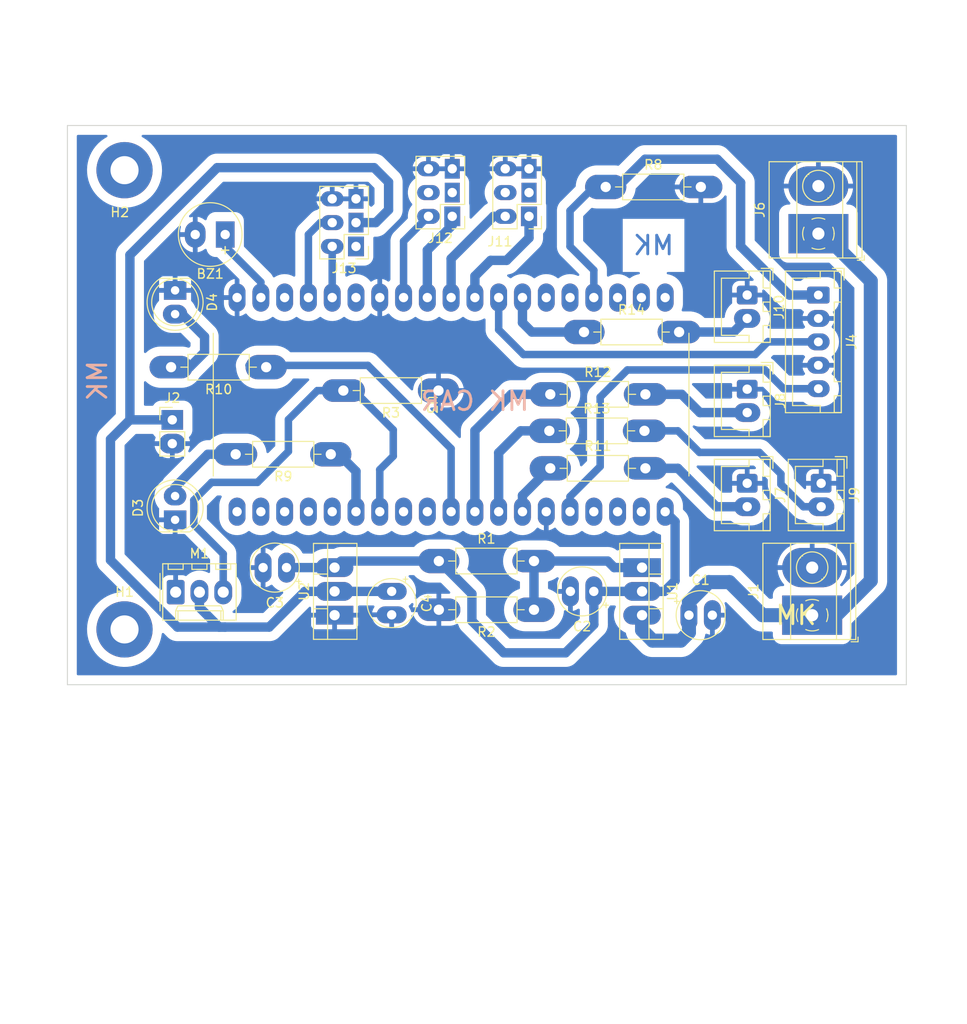
<source format=kicad_pcb>
(kicad_pcb (version 20211014) (generator pcbnew)
  (layers (0 "F.Cu" signal) (31 "B.Cu" signal) (34 "B.Paste" user) (35 "F.Paste" user) (36 "B.SilkS" user "B.Silkscreen") (37 "F.SilkS" user "F.Silkscreen") (38 "B.Mask" user) (39 "F.Mask" user) (44 "Edge.Cuts" user))
  (net 0 "")
  (net 1 "+12V")
  (net 2 "GND")
  (net 3 "+8.0V")
  (net 4 "+5V")
  (net 5 "ENA")
  (net 6 "IN1")
  (net 7 "IN2")
  (net 8 "Net-(R1-Pad2)")
  (net 20 "CH1")
  (net 21 "CH3")
  (net 22 "CH2")
  (net 23 "RX")
  (net 24 "TX")
  (net 28 "IDLELIGHT")
  (net 29 "HLIGHT1")
  (net 30 "HLIGHT2")
  (net 31 "BLIGHT1")
  (net 32 "BLIGHT2")
  (net 33 "RLIGHT")
  (net 34 "SPWM")
  (net 35 "Net-(D3-Pad2)")
  (net 37 "Net-(D4-Pad2)")
  (net 39 "CH4")
  (net 41 "Net-(J7-Pad2)")
  (net 42 "Net-(J8-Pad2)")
  (net 43 "Net-(J9-Pad2)")
  (net 44 "Net-(J10-Pad2)")
  (net 45 "BUZZER")
  (footprint "UserLibrary:CP_Radial_D5.0mm_P2.50mm" (layer "F.Cu") (at 113.03 154.94 -90)
    (fp_text reference "C4" (at 1.25 -3.75 -90) (layer "F.SilkS"))
    (fp_text value "10uF")
    (pad "1" thru_hole oval (at 0 0 270) (size 1.8 3.2) (drill 1) (layers *.Cu *.Mask) (net 4 "+5V"))
    (pad "2" thru_hole oval (at 2.5 0 270) (size 1.8 3.2) (drill 1) (layers *.Cu *.Mask) (net 2 "GND"))
  )
  (footprint "UserLibrary:TO-220-3_Vertical" (layer "F.Cu") (at 107.95 157.48 90)
    (fp_text reference "U2" (at 2.54 -4.27 90) (layer "F.SilkS"))
    (fp_text value "LM1084-5.0")
    (pad "1" thru_hole rect (at 0 -1.016 90) (size 2 4) (drill 1.1) (layers *.Cu *.Mask) (net 2 "GND"))
    (pad "2" thru_hole oval (at 2.54 -1.016 90) (size 2 4) (drill 1.1) (layers *.Cu *.Mask) (net 4 "+5V"))
    (pad "3" thru_hole oval (at 5.08 -1.016 90) (size 2 4) (drill 1.1) (layers *.Cu *.Mask) (net 3 "+8.0V"))
  )
  (footprint "UserLibrary:JST_XH_B2B-XH-A_1x02_P2.50mm_Vertical" (layer "F.Cu") (at 158.9 143.4 -90)
    (fp_text reference "J9" (at 1.25 -3.55 90) (layer "F.SilkS"))
    (fp_text value "~")
    (pad "1" thru_hole roundrect (at 0 0 270) (size 2 2.2) (drill 1) (layers *.Cu *.Mask) (roundrect_rratio 0.147059) (net 2 "GND"))
    (pad "2" thru_hole oval (at 2.5 0 270) (size 2 2.8) (drill 1) (layers *.Cu *.Mask) (net 43 "Net-(J9-Pad2)"))
  )
  (footprint "UserLibrary:R_Axial_DIN0207_L6.3mm_D2.5mm_P10.16mm_Horizontal" (layer "F.Cu") (at 118.03 133.5 180)
    (fp_text reference "R3" (at 5.08 -2.37) (layer "F.SilkS"))
    (fp_text value "1k")
    (pad "1" thru_hole oval (at 0 0 180) (size 4.4 2.6) (drill 1.1) (layers *.Cu *.Mask) (net 2 "GND"))
    (pad "2" thru_hole oval (at 10.16 0 180) (size 4.6 2.4) (drill 1.1) (layers *.Cu *.Mask) (net 34 "SPWM"))
  )
  (footprint "UserLibrary:JST_XH_B2B-XH-A_1x02_P2.50mm_Vertical" (layer "F.Cu") (at 151 133.35 -90)
    (fp_text reference "J8" (at 1.25 -3.55 -90) (layer "F.SilkS"))
    (fp_text value "~")
    (pad "1" thru_hole roundrect (at 0 0 270) (size 2 2.2) (drill 1) (layers *.Cu *.Mask) (roundrect_rratio 0.147059) (net 2 "GND"))
    (pad "2" thru_hole oval (at 2.5 0 270) (size 2 2.8) (drill 1) (layers *.Cu *.Mask) (net 42 "Net-(J8-Pad2)"))
  )
  (footprint "LED_THT:LED_D5.0mm" (layer "F.Cu") (at 89.9 147.3 90)
    (fp_text reference "D3" (at 1.27 -3.96 90) (layer "F.SilkS"))
    (fp_text value "LED")
    (pad "1" thru_hole rect (at 0 0 90) (size 2 2.4) (drill 0.9) (layers *.Cu *.Mask) (net 2 "GND"))
    (pad "2" thru_hole oval (at 2.54 0 90) (size 2 2.4) (drill 0.9) (layers *.Cu *.Mask) (net 35 "Net-(D3-Pad2)"))
  )
  (footprint "Buzzer_Beeper:MagneticBuzzer_Kingstate_KCG0601" (layer "F.Cu") (at 95.25 116.84 180)
    (fp_text reference "BZ1" (at 1.6 -4.2) (layer "F.SilkS"))
    (fp_text value "Buzzer")
    (fp_text user "+" (at 0 -1.6) (layer "F.SilkS"))
    (pad "1" thru_hole rect (at 0 0 180) (size 2 2.8) (drill 1) (layers *.Cu *.Mask) (net 45 "BUZZER"))
    (pad "2" thru_hole oval (at 3.2 0 180) (size 2.2 2.8) (drill 1) (layers *.Cu *.Mask) (net 2 "GND"))
  )
  (footprint "UserLibrary:CP_Radial_D5.0mm_P2.50mm" (layer "F.Cu") (at 101.8 152.4 180)
    (fp_text reference "C3" (at 1.25 -3.75 180) (layer "F.SilkS"))
    (fp_text value "10uF")
    (pad "1" thru_hole oval (at 0 0 180) (size 1.8 3.2) (drill 1) (layers *.Cu *.Mask) (net 3 "+8.0V"))
    (pad "2" thru_hole oval (at 2.5 0 180) (size 1.8 3.2) (drill 1) (layers *.Cu *.Mask) (net 2 "GND"))
  )
  (footprint "UserLibrary:R_Axial_DIN0207_L6.3mm_D2.5mm_P10.16mm_Horizontal" (layer "F.Cu") (at 118.07 151.7)
    (fp_text reference "R1" (at 5.08 -2.37) (layer "F.SilkS"))
    (fp_text value "220")
    (pad "1" thru_hole oval (at 0 0) (size 4.4 2.6) (drill 1.1) (layers *.Cu *.Mask) (net 3 "+8.0V"))
    (pad "2" thru_hole oval (at 10.16 0) (size 4.6 2.4) (drill 1.1) (layers *.Cu *.Mask) (net 8 "Net-(R1-Pad2)"))
  )
  (footprint "UserLibrary:R_Axial_DIN0207_L6.3mm_D2.5mm_P10.16mm_Horizontal" (layer "F.Cu") (at 129.87 137.8)
    (fp_text reference "R13" (at 5.08 -2.37) (layer "F.SilkS"))
    (fp_text value "~")
    (pad "1" thru_hole oval (at 0 0) (size 4.4 2.6) (drill 1.1) (layers *.Cu *.Mask) (net 33 "RLIGHT"))
    (pad "2" thru_hole oval (at 10.16 0) (size 4.6 2.4) (drill 1.1) (layers *.Cu *.Mask) (net 43 "Net-(J9-Pad2)"))
  )
  (footprint "UserLibrary:JST_XH_B5B-XH-A_1x05_P2.50mm_Vertical" (layer "F.Cu") (at 158.6 123.3 -90)
    (fp_text reference "J4" (at 5 -3.55 -90) (layer "F.SilkS"))
    (fp_text value "~")
    (pad "1" thru_hole roundrect (at 0 0 270) (size 1.8 2.4) (drill 0.95) (layers *.Cu *.Mask) (roundrect_rratio 0.147059) (net 5 "ENA"))
    (pad "2" thru_hole oval (at 2.5 0 270) (size 1.8 2.4) (drill 0.95) (layers *.Cu *.Mask) (net 2 "GND"))
    (pad "3" thru_hole oval (at 5 0 270) (size 1.8 2.4) (drill 0.95) (layers *.Cu *.Mask) (net 6 "IN1"))
    (pad "4" thru_hole oval (at 7.5 0 270) (size 1.8 2.4) (drill 0.95) (layers *.Cu *.Mask) (net 2 "GND"))
    (pad "5" thru_hole oval (at 10 0 270) (size 1.8 2.4) (drill 0.95) (layers *.Cu *.Mask) (net 7 "IN2"))
  )
  (footprint "LED_THT:LED_D5.0mm" (layer "F.Cu") (at 89.9 122.8 -90)
    (fp_text reference "D4" (at 1.27 -3.96 90) (layer "F.SilkS"))
    (fp_text value "~")
    (pad "1" thru_hole rect (at 0 0 270) (size 2 2.4) (drill 0.9) (layers *.Cu *.Mask) (net 2 "GND"))
    (pad "2" thru_hole oval (at 2.54 0 270) (size 2 2.6) (drill 0.9) (layers *.Cu *.Mask) (net 37 "Net-(D4-Pad2)"))
  )
  (footprint "TerminalBlock_Phoenix:TerminalBlock_Phoenix_MKDS-1,5-2-5.08_1x02_P5.08mm_Horizontal" (layer "F.Cu") (at 157.94 157.48 90)
    (fp_text reference "J1" (at 2.54 -6.26 90) (layer "F.SilkS"))
    (fp_text value "Screw_Terminal_01x02")
    (pad "1" thru_hole rect (at 0 0 90) (size 4.2 6.4) (drill 1.3) (layers *.Cu *.Mask) (net 1 "+12V"))
    (pad "2" thru_hole oval (at 5.08 0 90) (size 4.2 6.4) (drill 1.3) (layers *.Cu *.Mask) (net 2 "GND"))
  )
  (footprint "UserLibrary:R_Axial_DIN0207_L6.3mm_D2.5mm_P10.16mm_Horizontal" (layer "F.Cu") (at 135.89 111.76)
    (fp_text reference "R8" (at 5.08 -2.37) (layer "F.SilkS"))
    (fp_text value "330")
    (pad "1" thru_hole oval (at 0 0) (size 4.4 2.6) (drill 1.1) (layers *.Cu *.Mask) (net 5 "ENA"))
    (pad "2" thru_hole oval (at 10.16 0) (size 4.6 2.4) (drill 1.1) (layers *.Cu *.Mask) (net 2 "GND"))
  )
  (footprint "UserLibrary:JST_XH_B2B-XH-A_1x02_P2.50mm_Vertical" (layer "F.Cu") (at 151 123.3 -90)
    (fp_text reference "J10" (at 1.3 -3.4 90) (layer "F.SilkS"))
    (fp_text value "~")
    (pad "1" thru_hole roundrect (at 0 0 270) (size 2 2.2) (drill 1) (layers *.Cu *.Mask) (roundrect_rratio 0.147059) (net 2 "GND"))
    (pad "2" thru_hole oval (at 2.5 0 270) (size 2 2.8) (drill 1) (layers *.Cu *.Mask) (net 44 "Net-(J10-Pad2)"))
  )
  (footprint "UserLibrary:R_Axial_DIN0207_L6.3mm_D2.5mm_P10.16mm_Horizontal" (layer "F.Cu") (at 129.97 133.9)
    (fp_text reference "R12" (at 5.08 -2.37) (layer "F.SilkS"))
    (fp_text value "~")
    (pad "1" thru_hole oval (at 0 0) (size 4.4 2.6) (drill 1.1) (layers *.Cu *.Mask) (net 28 "IDLELIGHT"))
    (pad "2" thru_hole oval (at 10.16 0) (size 4.6 2.4) (drill 1.1) (layers *.Cu *.Mask) (net 42 "Net-(J8-Pad2)"))
  )
  (footprint "UserLibrary:R_Axial_DIN0207_L6.3mm_D2.5mm_P10.16mm_Horizontal" (layer "F.Cu") (at 106.53 140.3 180)
    (fp_text reference "R9" (at 5.08 -2.37) (layer "F.SilkS"))
    (fp_text value "R_Small")
    (pad "1" thru_hole oval (at 0 0 180) (size 4.4 2.6) (drill 1.1) (layers *.Cu *.Mask) (net 29 "HLIGHT1"))
    (pad "2" thru_hole oval (at 10.16 0 180) (size 4.6 2.4) (drill 1.1) (layers *.Cu *.Mask) (net 35 "Net-(D3-Pad2)"))
  )
  (footprint "UserLibrary:CP_Radial_D5.0mm_P2.50mm" (layer "F.Cu") (at 134.62 154.94 180)
    (fp_text reference "C2" (at 1.25 -3.75 180) (layer "F.SilkS"))
    (fp_text value "10uF")
    (pad "1" thru_hole oval (at 0 0 180) (size 1.8 3.2) (drill 1) (layers *.Cu *.Mask) (net 3 "+8.0V"))
    (pad "2" thru_hole oval (at 2.5 0 180) (size 1.8 3.2) (drill 1) (layers *.Cu *.Mask) (net 2 "GND"))
  )
  (footprint "UserLibrary:Servo" (layer "F.Cu") (at 89.96 155.02)
    (fp_text reference "M1" (at 2.54 -4.12) (layer "F.SilkS"))
    (fp_text value "Motor_Servo")
    (pad "1" thru_hole roundrect (at 0 0) (size 1.9 2.6) (drill 1.19) (layers *.Cu *.Mask) (roundrect_rratio 0.143678) (net 2 "GND"))
    (pad "2" thru_hole oval (at 2.54 0) (size 1.9 2.6) (drill 1.19) (layers *.Cu *.Mask) (net 4 "+5V"))
    (pad "3" thru_hole oval (at 5.08 0) (size 1.9 2.6) (drill 1.19) (layers *.Cu *.Mask) (net 34 "SPWM"))
  )
  (footprint "UserLibrary:PinHeader_2x03_P2.54mm_Vertical" (layer "F.Cu") (at 127.7 114.9 180)
    (fp_text reference "J11" (at 3.1 -2.7 180) (layer "F.SilkS"))
    (fp_text value "~")
    (pad "1" thru_hole rect (at 0 0 180) (size 1.7 2.1) (drill 1) (layers *.Cu *.Mask) (net 39 "CH4"))
    (pad "2" thru_hole oval (at 2.54 0 180) (size 2.4 1.6) (drill 1) (layers *.Cu *.Mask) (net 20 "CH1"))
    (pad "3" thru_hole rect (at 0 2.54 180) (size 1.6 2.1) (drill 1) (layers *.Cu *.Mask))
    (pad "4" thru_hole oval (at 2.54 2.54 180) (size 2.4 1.6) (drill 1) (layers *.Cu *.Mask))
    (pad "5" thru_hole rect (at 0 5.08 180) (size 1.6 2.1) (drill 1) (layers *.Cu *.Mask) (net 2 "GND"))
    (pad "6" thru_hole oval (at 2.54 5.08 180) (size 2.4 1.6) (drill 1) (layers *.Cu *.Mask) (net 2 "GND"))
  )
  (footprint "UserLibrary:R_Axial_DIN0207_L6.3mm_D2.5mm_P10.16mm_Horizontal" (layer "F.Cu") (at 99.63 131 180)
    (fp_text reference "R10" (at 5.08 -2.37 180) (layer "F.SilkS"))
    (fp_text value "~")
    (pad "1" thru_hole oval (at 0 0 180) (size 4.4 2.6) (drill 1.1) (layers *.Cu *.Mask) (net 30 "HLIGHT2"))
    (pad "2" thru_hole oval (at 10.16 0 180) (size 4.6 2.4) (drill 1.1) (layers *.Cu *.Mask) (net 37 "Net-(D4-Pad2)"))
  )
  (footprint "UserLibrary:ESP32-S" (layer "F.Cu") (at 119.38 135 -90)
    (fp_text reference "U3" (at 0 2.04 -90 unlocked) (layer "F.SilkS"))
    (fp_text value "ESP32-S")
    (pad "1" thru_hole oval (at -11.43 -22.86 270) (size 3 1.8) (drill 1) (layers *.Cu *.Mask))
    (pad "2" thru_hole oval (at -11.43 -20.32 270) (size 3 1.8) (drill 1) (layers *.Cu *.Mask))
    (pad "3" thru_hole oval (at -11.43 -17.78 270) (size 3 1.8) (drill 1) (layers *.Cu *.Mask))
    (pad "4" thru_hole oval (at -11.43 -15.24 270) (size 3 1.8) (drill 1) (layers *.Cu *.Mask) (net 5 "ENA"))
    (pad "5" thru_hole oval (at -11.43 -12.7 270) (size 3 1.8) (drill 1) (layers *.Cu *.Mask))
    (pad "6" thru_hole oval (at -11.43 -10.16 270) (size 3 1.8) (drill 1) (layers *.Cu *.Mask))
    (pad "7" thru_hole oval (at -11.43 -7.62 270) (size 3 1.8) (drill 1) (layers *.Cu *.Mask) (net 32 "BLIGHT2"))
    (pad "8" thru_hole oval (at -11.43 -5.08 270) (size 3 1.8) (drill 1) (layers *.Cu *.Mask) (net 6 "IN1"))
    (pad "9" thru_hole oval (at -11.43 -2.54 270) (size 3 1.8) (drill 1) (layers *.Cu *.Mask) (net 39 "CH4"))
    (pad "10" thru_hole oval (at -11.43 0 270) (size 3 1.8) (drill 1) (layers *.Cu *.Mask) (net 20 "CH1"))
    (pad "11" thru_hole oval (at -11.43 2.54 270) (size 3 1.8) (drill 1) (layers *.Cu *.Mask) (net 22 "CH2"))
    (pad "12" thru_hole oval (at -11.43 5.08 270) (size 3 1.8) (drill 1) (layers *.Cu *.Mask) (net 21 "CH3"))
    (pad "13" thru_hole oval (at -11.43 7.62 270) (size 3 1.8) (drill 1) (layers *.Cu *.Mask) (net 2 "GND"))
    (pad "14" thru_hole oval (at -11.43 10.16 270) (size 3 1.8) (drill 1) (layers *.Cu *.Mask))
    (pad "15" thru_hole oval (at -11.43 12.7 270) (size 3 1.8) (drill 1) (layers *.Cu *.Mask) (net 23 "RX"))
    (pad "16" thru_hole oval (at -11.43 15.24 270) (size 3 1.8) (drill 1) (layers *.Cu *.Mask) (net 24 "TX"))
    (pad "17" thru_hole oval (at -11.43 17.78 270) (size 3 1.8) (drill 1) (layers *.Cu *.Mask))
    (pad "18" thru_hole oval (at -11.43 20.32 270) (size 3 1.8) (drill 1) (layers *.Cu *.Mask) (net 45 "BUZZER"))
    (pad "19" thru_hole oval (at -11.43 22.86 270) (size 3 1.8) (drill 1) (layers *.Cu *.Mask) (net 2 "GND"))
    (pad "20" thru_hole oval (at 11.43 22.86 270) (size 3 1.8) (drill 1) (layers *.Cu *.Mask))
    (pad "21" thru_hole oval (at 11.43 20.32 270) (size 3 1.8) (drill 1) (layers *.Cu *.Mask))
    (pad "22" thru_hole oval (at 11.43 17.78 270) (size 3 1.8) (drill 1) (layers *.Cu *.Mask))
    (pad "23" thru_hole oval (at 11.43 15.24 270) (size 3 1.8) (drill 1) (layers *.Cu *.Mask))
    (pad "24" thru_hole oval (at 11.43 12.7 270) (size 3 1.8) (drill 1) (layers *.Cu *.Mask))
    (pad "25" thru_hole oval (at 11.43 10.16 270) (size 3 1.8) (drill 1) (layers *.Cu *.Mask) (net 29 "HLIGHT1"))
    (pad "26" thru_hole oval (at 11.43 7.62 270) (size 3 1.8) (drill 1) (layers *.Cu *.Mask) (net 34 "SPWM"))
    (pad "27" thru_hole oval (at 11.43 5.08 270) (size 3 1.8) (drill 1) (layers *.Cu *.Mask))
    (pad "28" thru_hole oval (at 11.43 2.54 270) (size 3 1.8) (drill 1) (layers *.Cu *.Mask))
    (pad "29" thru_hole oval (at 11.43 0 270) (size 3 1.8) (drill 1) (layers *.Cu *.Mask) (net 30 "HLIGHT2"))
    (pad "30" thru_hole oval (at 11.43 -2.54 270) (size 3 1.8) (drill 1) (layers *.Cu *.Mask) (net 28 "IDLELIGHT"))
    (pad "31" thru_hole oval (at 11.43 -5.08 270) (size 3 1.8) (drill 1) (layers *.Cu *.Mask) (net 33 "RLIGHT"))
    (pad "32" thru_hole oval (at 11.43 -7.62 270) (size 3 1.8) (drill 1) (layers *.Cu *.Mask) (net 31 "BLIGHT1"))
    (pad "33" thru_hole oval (at 11.43 -10.16 270) (size 3 1.8) (drill 1) (layers *.Cu *.Mask) (net 2 "GND"))
    (pad "34" thru_hole oval (at 11.43 -12.7 270) (size 3 1.8) (drill 1) (layers *.Cu *.Mask) (net 7 "IN2"))
    (pad "35" thru_hole oval (at 11.43 -15.24 270) (size 3 1.8) (drill 1) (layers *.Cu *.Mask))
    (pad "36" thru_hole oval (at 11.43 -17.78 270) (size 3 1.8) (drill 1) (layers *.Cu *.Mask))
    (pad "37" thru_hole oval (at 11.43 -20.32 270) (size 3 1.8) (drill 1) (layers *.Cu *.Mask))
    (pad "38" thru_hole oval (at 11.43 -22.86 270) (size 3 1.8) (drill 1) (layers *.Cu *.Mask) (net 3 "+8.0V"))
  )
  (footprint "TerminalBlock_Phoenix:TerminalBlock_Phoenix_MKDS-1,5-2-5.08_1x02_P5.08mm_Horizontal" (layer "F.Cu") (at 158.605 116.745 90)
    (fp_text reference "J6" (at 2.54 -6.26 90) (layer "F.SilkS"))
    (fp_text value "Screw_Terminal_01x02")
    (pad "1" thru_hole rect (at 0 0 90) (size 4.2 6.4) (drill 1.3) (layers *.Cu *.Mask) (net 1 "+12V"))
    (pad "2" thru_hole oval (at 5.08 0 90) (size 4.2 6.4) (drill 1.3) (layers *.Cu *.Mask) (net 2 "GND"))
  )
  (footprint "UserLibrary:PinHeader_2x03_P2.54mm_Vertical" (layer "F.Cu") (at 109.22 118.11 180)
    (fp_text reference "J13" (at 1.27 -2.33 180) (layer "F.SilkS"))
    (fp_text value "~")
    (pad "1" thru_hole rect (at 0 0 180) (size 1.7 2.1) (drill 1) (layers *.Cu *.Mask))
    (pad "2" thru_hole oval (at 2.54 0 180) (size 2.4 1.6) (drill 1) (layers *.Cu *.Mask) (net 23 "RX"))
    (pad "3" thru_hole rect (at 0 2.54 180) (size 1.6 2.1) (drill 1) (layers *.Cu *.Mask) (net 4 "+5V"))
    (pad "4" thru_hole oval (at 2.54 2.54 180) (size 2.4 1.6) (drill 1) (layers *.Cu *.Mask) (net 24 "TX"))
    (pad "5" thru_hole rect (at 0 5.08 180) (size 1.6 2.1) (drill 1) (layers *.Cu *.Mask) (net 2 "GND"))
    (pad "6" thru_hole oval (at 2.54 5.08 180) (size 2.4 1.6) (drill 1) (layers *.Cu *.Mask) (net 2 "GND"))
  )
  (footprint "UserLibrary:R_Axial_DIN0207_L6.3mm_D2.5mm_P10.16mm_Horizontal" (layer "F.Cu") (at 128.23 156.9 180)
    (fp_text reference "R2" (at 5.08 -2.37) (layer "F.SilkS"))
    (fp_text value "1200")
    (pad "1" thru_hole oval (at 0 0 180) (size 4.4 2.6) (drill 1.1) (layers *.Cu *.Mask) (net 8 "Net-(R1-Pad2)"))
    (pad "2" thru_hole oval (at 10.16 0 180) (size 4.6 2.4) (drill 1.1) (layers *.Cu *.Mask) (net 2 "GND"))
  )
  (footprint "UserLibrary:R_Axial_DIN0207_L6.3mm_D2.5mm_P10.16mm_Horizontal" (layer "F.Cu") (at 129.97 141.8)
    (fp_text reference "R11" (at 5.08 -2.37) (layer "F.SilkS"))
    (fp_text value "~")
    (pad "1" thru_hole oval (at 0 0) (size 4.4 2.6) (drill 1.1) (layers *.Cu *.Mask) (net 31 "BLIGHT1"))
    (pad "2" thru_hole oval (at 10.16 0) (size 4.6 2.4) (drill 1.1) (layers *.Cu *.Mask) (net 41 "Net-(J7-Pad2)"))
  )
  (footprint "UserLibrary:CP_Radial_D5.0mm_P2.50mm" (layer "F.Cu") (at 144.78 157.48)
    (fp_text reference "C1" (at 1.25 -3.75) (layer "F.SilkS"))
    (fp_text value "10uF")
    (pad "1" thru_hole oval (at 0 0) (size 1.8 3.2) (drill 1) (layers *.Cu *.Mask) (net 1 "+12V"))
    (pad "2" thru_hole oval (at 2.5 0) (size 1.8 3.2) (drill 1) (layers *.Cu *.Mask) (net 2 "GND"))
  )
  (footprint "MountingHole:MountingHole_3mm_Pad" (layer "F.Cu") (at 84.5 109.97)
    (fp_text reference "H2" (at -0.5 4.5) (layer "F.SilkS"))
    (fp_text value "MountingHole_Pad")
    (pad "1" thru_hole circle (at 0 0) (size 6 6) (drill 3) (layers *.Cu *.Mask))
  )
  (footprint "UserLibrary:TO-220-3_Vertical" (layer "F.Cu") (at 138.755 152.4 -90)
    (fp_text reference "U1" (at 2.54 -4.27 -90) (layer "F.SilkS"))
    (fp_text value "LM1084-ADJ")
    (pad "1" thru_hole rect (at 0 -1.016 270) (size 2 4) (drill 1.1) (layers *.Cu *.Mask) (net 8 "Net-(R1-Pad2)"))
    (pad "2" thru_hole oval (at 2.54 -1.016 270) (size 2 4) (drill 1.1) (layers *.Cu *.Mask) (net 3 "+8.0V"))
    (pad "3" thru_hole oval (at 5.08 -1.016 270) (size 2 4) (drill 1.1) (layers *.Cu *.Mask) (net 1 "+12V"))
  )
  (footprint "UserLibrary:R_Axial_DIN0207_L6.3mm_D2.5mm_P10.16mm_Horizontal" (layer "F.Cu") (at 133.57 127.25)
    (fp_text reference "R14" (at 5.08 -2.37) (layer "F.SilkS"))
    (fp_text value "~")
    (pad "1" thru_hole oval (at 0 0) (size 4.4 2.6) (drill 1.1) (layers *.Cu *.Mask) (net 32 "BLIGHT2"))
    (pad "2" thru_hole oval (at 10.16 0) (size 4.6 2.4) (drill 1.1) (layers *.Cu *.Mask) (net 44 "Net-(J10-Pad2)"))
  )
  (footprint "MountingHole:MountingHole_3mm_Pad" (layer "F.Cu") (at 84.5 159)
    (fp_text reference "H1" (at 0 -4) (layer "F.SilkS"))
    (fp_text value "MountingHole_Pad")
    (pad "1" thru_hole circle (at 0 0) (size 6 6) (drill 3) (layers *.Cu *.Mask))
  )
  (footprint "UserLibrary:JST_XH_B2B-XH-A_1x02_P2.50mm_Vertical" (layer "F.Cu") (at 151 143.4 -90)
    (fp_text reference "J7" (at 1.25 -3.55 -90) (layer "F.SilkS"))
    (fp_text value "Conn_01x02_Male")
    (pad "1" thru_hole roundrect (at 0 0 270) (size 2 2.2) (drill 1) (layers *.Cu *.Mask) (roundrect_rratio 0.147059) (net 2 "GND"))
    (pad "2" thru_hole oval (at 2.5 0 270) (size 2 2.8) (drill 1) (layers *.Cu *.Mask) (net 41 "Net-(J7-Pad2)"))
  )
  (footprint "UserLibrary:PinHeader_2x03_P2.54mm_Vertical" (layer "F.Cu") (at 119.5 114.9 180)
    (fp_text reference "J12" (at 1.27 -2.33 180) (layer "F.SilkS"))
    (fp_text value "~")
    (pad "1" thru_hole rect (at 0 0 180) (size 1.7 2.1) (drill 1) (layers *.Cu *.Mask) (net 22 "CH2"))
    (pad "2" thru_hole oval (at 2.54 0 180) (size 2.4 1.6) (drill 1) (layers *.Cu *.Mask) (net 21 "CH3"))
    (pad "3" thru_hole rect (at 0 2.54 180) (size 1.6 2.1) (drill 1) (layers *.Cu *.Mask))
    (pad "4" thru_hole oval (at 2.54 2.54 180) (size 2.4 1.6) (drill 1) (layers *.Cu *.Mask))
    (pad "5" thru_hole rect (at 0 5.08 180) (size 1.6 2.1) (drill 1) (layers *.Cu *.Mask) (net 2 "GND"))
    (pad "6" thru_hole oval (at 2.54 5.08 180) (size 2.4 1.6) (drill 1) (layers *.Cu *.Mask) (net 2 "GND"))
  )
  (footprint "Connector_PinHeader_2.54mm:PinHeader_1x02_P2.54mm_Vertical" (layer "F.Cu") (at 89.6 136.625)
    (fp_text reference "J2" (at 0 -2.33) (layer "F.SilkS"))
    (fp_text value "Screw_Terminal_01x02")
    (pad "1" thru_hole rect (at 0 0) (size 2.3 2.1) (drill 1) (layers *.Cu *.Mask) (net 4 "+5V"))
    (pad "2" thru_hole oval (at 0 2.54) (size 2.8 2.1) (drill 1) (layers *.Cu *.Mask) (net 2 "GND"))
  )
  (gr_line (start 168 164.9) (end 168 105.2) (layer "Edge.Cuts") (width 0.1))
  (gr_line (start 168 105.2) (end 78.4 105.2) (layer "Edge.Cuts") (width 0.1))
  (gr_line (start 78.4 164.9) (end 168 164.9) (layer "Edge.Cuts") (width 0.1))
  (gr_line (start 78.4 105.2) (end 78.4 164.9) (layer "Edge.Cuts") (width 0.1))
  (gr_text "MK" (at 141 118) (layer "B.Cu") (effects (font (size 2 2) (thickness 0.3)) (justify mirror)))
  (gr_text "MK CAR" (at 121.92 134.62) (layer "B.SilkS") (effects (font (size 2 2) (thickness 0.3)) (justify mirror)))
  (gr_text "MK" (at 81.6 132.45 90) (layer "B.SilkS") (effects (font (size 2 2) (thickness 0.3)) (justify mirror)))
  (gr_text "MK" (at 156.21 157.48) (layer "F.SilkS") (effects (font (size 2 2) (thickness 0.3))))
  (segment (start 146.9 153.95) (end 144.78 156.07) (width 1.5) (layer "B.Cu") (net 1))
  (segment (start 164.2 121.8) (end 164.2 153.8) (width 1.5) (layer "B.Cu") (net 1))
  (segment (start 143.9 160.2) (end 140.9 160.2) (width 1.5) (layer "B.Cu") (net 1))
  (segment (start 159.145 116.745) (end 158.605 116.745) (width 1.5) (layer "B.Cu") (net 1))
  (segment (start 152.63 157.48) (end 149.1 153.95) (width 1.5) (layer "B.Cu") (net 1))
  (segment (start 160.52 157.48) (end 157.94 157.48) (width 1.5) (layer "B.Cu") (net 1))
  (segment (start 149.1 153.95) (end 146.9 153.95) (width 1.5) (layer "B.Cu") (net 1))
  (segment (start 144.78 156.07) (end 144.78 157.48) (width 1.5) (layer "B.Cu") (net 1))
  (segment (start 144.78 159.32) (end 143.9 160.2) (width 1.5) (layer "B.Cu") (net 1))
  (segment (start 139.771 159.071) (end 139.771 157.48) (width 1.5) (layer "B.Cu") (net 1))
  (segment (start 164.2 121.8) (end 159.145 116.745) (width 1.5) (layer "B.Cu") (net 1))
  (segment (start 164.2 153.8) (end 160.52 157.48) (width 1.5) (layer "B.Cu") (net 1))
  (segment (start 140.9 160.2) (end 139.771 159.071) (width 1.5) (layer "B.Cu") (net 1))
  (segment (start 157.94 157.48) (end 152.63 157.48) (width 1.5) (layer "B.Cu") (net 1))
  (segment (start 144.78 157.48) (end 144.78 159.32) (width 1.5) (layer "B.Cu") (net 1))
  (segment (start 121.6 158.1) (end 121.6 155.2) (width 1) (layer "B.Cu") (net 3))
  (segment (start 101.8 152.4) (end 106.934 152.4) (width 1) (layer "B.Cu") (net 3))
  (segment (start 134.62 158.48) (end 131.6 161.5) (width 1) (layer "B.Cu") (net 3))
  (segment (start 121.6 155.2) (end 118.1 151.7) (width 1) (layer "B.Cu") (net 3))
  (segment (start 131.6 161.5) (end 125 161.5) (width 1) (layer "B.Cu") (net 3))
  (segment (start 118.07 151.7) (end 107.634 151.7) (width 1) (layer "B.Cu") (net 3))
  (segment (start 142.16 154.94) (end 143.3 153.8) (width 1) (layer "B.Cu") (net 3))
  (segment (start 139.771 154.94) (end 134.62 154.94) (width 1) (layer "B.Cu") (net 3))
  (segment (start 107.634 151.7) (end 106.934 152.4) (width 1) (layer "B.Cu") (net 3))
  (segment (start 143.3 147.49) (end 142.24 146.43) (width 1) (layer "B.Cu") (net 3))
  (segment (start 134.62 154.94) (end 134.62 158.48) (width 1) (layer "B.Cu") (net 3))
  (segment (start 118.1 151.7) (end 118.07 151.7) (width 1) (layer "B.Cu") (net 3))
  (segment (start 139.771 154.94) (end 142.16 154.94) (width 1) (layer "B.Cu") (net 3))
  (segment (start 125 161.5) (end 121.6 158.1) (width 1) (layer "B.Cu") (net 3))
  (segment (start 143.3 153.8) (end 143.3 147.49) (width 1) (layer "B.Cu") (net 3))
  (segment (start 95.25 158.75) (end 90.15 158.75) (width 1) (layer "B.Cu") (net 4))
  (segment (start 85.075 136.625) (end 89.6 136.625) (width 1) (layer "B.Cu") (net 4))
  (segment (start 95.25 158.75) (end 94.6 158.75) (width 1) (layer "B.Cu") (net 4))
  (segment (start 112.7 111.25) (end 111.15 109.7) (width 1) (layer "B.Cu") (net 4))
  (segment (start 92.5 156.65) (end 92.5 155.02) (width 1) (layer "B.Cu") (net 4))
  (segment (start 109.22 115.57) (end 111.33 115.57) (width 1) (layer "B.Cu") (net 4))
  (segment (start 94.4 109.7) (end 85.075 119.025) (width 1) (layer "B.Cu") (net 4))
  (segment (start 111.15 109.7) (end 94.4 109.7) (width 1) (layer "B.Cu") (net 4))
  (segment (start 94.6 158.75) (end 92.5 156.65) (width 1) (layer "B.Cu") (net 4))
  (segment (start 106.934 154.94) (end 113.03 154.94) (width 1) (layer "B.Cu") (net 4))
  (segment (start 112.7 114.2) (end 112.7 111.25) (width 1) (layer "B.Cu") (net 4))
  (segment (start 85.075 119.025) (end 85.075 136.625) (width 1) (layer "B.Cu") (net 4))
  (segment (start 103.76 154.94) (end 99.95 158.75) (width 1) (layer "B.Cu") (net 4))
  (segment (start 83 138.7) (end 85.075 136.625) (width 1) (layer "B.Cu") (net 4))
  (segment (start 99.95 158.75) (end 95.25 158.75) (width 1) (layer "B.Cu") (net 4))
  (segment (start 103.76 154.94) (end 106.934 154.94) (width 1) (layer "B.Cu") (net 4))
  (segment (start 83 151.6) (end 83 138.7) (width 1) (layer "B.Cu") (net 4))
  (segment (start 111.33 115.57) (end 112.7 114.2) (width 1) (layer "B.Cu") (net 4))
  (segment (start 90.15 158.75) (end 83 151.6) (width 1) (layer "B.Cu") (net 4))
  (segment (start 135.89 111.76) (end 134.62 111.76) (width 0.8) (layer "B.Cu") (net 5))
  (segment (start 137.14 111.76) (end 135.89 111.76) (width 1) (layer "B.Cu") (net 5))
  (segment (start 132.08 118.11) (end 134.62 120.65) (width 0.8) (layer "B.Cu") (net 5))
  (segment (start 150.3 118.1) (end 150.3 111.3) (width 1) (layer "B.Cu") (net 5))
  (segment (start 132.08 114.3) (end 132.08 118.11) (width 0.8) (layer "B.Cu") (net 5))
  (segment (start 134.62 111.76) (end 132.08 114.3) (width 0.8) (layer "B.Cu") (net 5))
  (segment (start 158.6 123.3) (end 155.5 123.3) (width 1) (layer "B.Cu") (net 5))
  (segment (start 150.3 111.3) (end 147.8 108.8) (width 1) (layer "B.Cu") (net 5))
  (segment (start 134.62 120.65) (end 134.62 123.57) (width 0.8) (layer "B.Cu") (net 5))
  (segment (start 155.5 123.3) (end 150.3 118.1) (width 1) (layer "B.Cu") (net 5))
  (segment (start 147.8 108.8) (end 140.1 108.8) (width 1) (layer "B.Cu") (net 5))
  (segment (start 140.1 108.8) (end 137.14 111.76) (width 1) (layer "B.Cu") (net 5))
  (segment (start 153.23 128.27) (end 151.85 129.65) (width 0.8) (layer "B.Cu") (net 6))
  (segment (start 127.11 129.65) (end 124.46 127) (width 0.8) (layer "B.Cu") (net 6))
  (segment (start 158.6 128.3) (end 153.26 128.3) (width 0.8) (layer "B.Cu") (net 6))
  (segment (start 151.85 129.65) (end 127.11 129.65) (width 0.8) (layer "B.Cu") (net 6))
  (segment (start 124.46 127) (end 124.46 123.57) (width 0.8) (layer "B.Cu") (net 6))
  (segment (start 153.26 128.3) (end 153.23 128.27) (width 0.8) (layer "B.Cu") (net 6))
  (segment (start 135.3 134.2) (end 138.2 131.3) (width 0.8) (layer "B.Cu") (net 7))
  (segment (start 152.89 131.3) (end 154.89 133.3) (width 0.8) (layer "B.Cu") (net 7))
  (segment (start 138.2 131.3) (end 152.89 131.3) (width 0.8) (layer "B.Cu") (net 7))
  (segment (start 154.89 133.3) (end 158.6 133.3) (width 0.8) (layer "B.Cu") (net 7))
  (segment (start 135.3 141.6) (end 135.3 134.2) (width 0.8) (layer "B.Cu") (net 7))
  (segment (start 132.08 146.43) (end 132.08 144.82) (width 0.8) (layer "B.Cu") (net 7))
  (segment (start 132.08 144.82) (end 135.3 141.6) (width 0.8) (layer "B.Cu") (net 7))
  (segment (start 136.1 151.7) (end 128.23 151.7) (width 1) (layer "B.Cu") (net 8))
  (segment (start 128.23 156.9) (end 128.23 151.7) (width 1) (layer "B.Cu") (net 8))
  (segment (start 136.8 152.4) (end 136.1 151.7) (width 1) (layer "B.Cu") (net 8))
  (segment (start 139.771 152.4) (end 136.8 152.4) (width 1) (layer "B.Cu") (net 8))
  (segment (start 119.38 123.57) (end 119.38 119.42) (width 1) (layer "B.Cu") (net 20))
  (segment (start 119.38 119.42) (end 123.9 114.9) (width 1) (layer "B.Cu") (net 20))
  (segment (start 123.9 114.9) (end 125.16 114.9) (width 1) (layer "B.Cu") (net 20))
  (segment (start 114.3 123.57) (end 114.3 117.56) (width 0.8) (layer "B.Cu") (net 21))
  (segment (start 114.3 117.56) (end 116.96 114.9) (width 0.8) (layer "B.Cu") (net 21))
  (segment (start 116.84 118.51) (end 119.5 115.85) (width 1) (layer "B.Cu") (net 22))
  (segment (start 116.84 123.57) (end 116.84 118.51) (width 1) (layer "B.Cu") (net 22))
  (segment (start 119.5 115.85) (end 119.5 114.9) (width 1) (layer "B.Cu") (net 22))
  (segment (start 106.68 118.11) (end 106.68 123.57) (width 0.8) (layer "B.Cu") (net 23))
  (segment (start 106.68 115.57) (end 105.41 115.57) (width 0.8) (layer "B.Cu") (net 24))
  (segment (start 104.14 116.84) (end 104.14 123.57) (width 0.8) (layer "B.Cu") (net 24))
  (segment (start 105.41 115.57) (end 104.14 116.84) (width 0.8) (layer "B.Cu") (net 24))
  (segment (start 125.8 133.9) (end 129.97 133.9) (width 1) (layer "B.Cu") (net 28))
  (segment (start 121.92 137.78) (end 125.8 133.9) (width 1) (layer "B.Cu") (net 28))
  (segment (start 121.92 146.43) (end 121.92 137.78) (width 1) (layer "B.Cu") (net 28))
  (segment (start 106.53 140.3) (end 107.4 140.3) (width 1) (layer "B.Cu") (net 29))
  (segment (start 109.22 142.12) (end 109.22 146.43) (width 1) (layer "B.Cu") (net 29))
  (segment (start 107.4 140.3) (end 109.22 142.12) (width 1) (layer "B.Cu") (net 29))
  (segment (start 119.38 146.43) (end 119.38 139.7) (width 0.8) (layer "B.Cu") (net 30))
  (segment (start 110.49 130.81) (end 97.79 130.81) (width 0.8) (layer "B.Cu") (net 30))
  (segment (start 119.38 139.7) (end 110.49 130.81) (width 0.8) (layer "B.Cu") (net 30))
  (segment (start 127 146.43) (end 127 144.7) (width 1) (layer "B.Cu") (net 31))
  (segment (start 127 144.7) (end 129.9 141.8) (width 1) (layer "B.Cu") (net 31))
  (segment (start 129.9 141.8) (end 129.97 141.8) (width 1) (layer "B.Cu") (net 31))
  (segment (start 128 127.25) (end 127 126.25) (width 1) (layer "B.Cu") (net 32))
  (segment (start 127 126.25) (end 127 123.57) (width 1) (layer "B.Cu") (net 32))
  (segment (start 133.57 127.25) (end 128 127.25) (width 1) (layer "B.Cu") (net 32))
  (segment (start 124.46 140.14) (end 126.8 137.8) (width 1) (layer "B.Cu") (net 33))
  (segment (start 126.8 137.8) (end 129.87 137.8) (width 1) (layer "B.Cu") (net 33))
  (segment (start 124.46 146.43) (end 124.46 140.14) (width 1) (layer "B.Cu") (net 33))
  (segment (start 113.2 137.7) (end 113.2 140.5) (width 0.8) (layer "B.Cu") (net 34))
  (segment (start 95.04 150.94) (end 95.04 155.02) (width 0.8) (layer "B.Cu") (net 34))
  (segment (start 102 140) (end 98.7 143.3) (width 0.8) (layer "B.Cu") (net 34))
  (segment (start 111.76 141.94) (end 111.76 146.43) (width 0.8) (layer "B.Cu") (net 34))
  (segment (start 91.9 147.8) (end 95.04 150.94) (width 0.8) (layer "B.Cu") (net 34))
  (segment (start 113.2 140.5) (end 111.76 141.94) (width 0.8) (layer "B.Cu") (net 34))
  (segment (start 91.9 145.2) (end 91.9 147.8) (width 0.8) (layer "B.Cu") (net 34))
  (segment (start 107.87 133.5) (end 109 133.5) (width 0.8) (layer "B.Cu") (net 34))
  (segment (start 107.87 133.5) (end 105.1 133.5) (width 0.8) (layer "B.Cu") (net 34))
  (segment (start 105.1 133.5) (end 102 136.6) (width 0.8) (layer "B.Cu") (net 34))
  (segment (start 93.8 143.3) (end 91.9 145.2) (width 0.8) (layer "B.Cu") (net 34))
  (segment (start 102 136.6) (end 102 140) (width 0.8) (layer "B.Cu") (net 34))
  (segment (start 109 133.5) (end 113.2 137.7) (width 0.8) (layer "B.Cu") (net 34))
  (segment (start 98.7 143.3) (end 93.8 143.3) (width 0.8) (layer "B.Cu") (net 34))
  (segment (start 89.9 144.76) (end 89.9 143.8) (width 1) (layer "B.Cu") (net 35))
  (segment (start 93.4 140.3) (end 96.37 140.3) (width 1) (layer "B.Cu") (net 35))
  (segment (start 89.9 143.8) (end 93.4 140.3) (width 1) (layer "B.Cu") (net 35))
  (segment (start 93.05 127.75) (end 90.64 125.34) (width 1) (layer "B.Cu") (net 37))
  (segment (start 89.47 131) (end 91.45 131) (width 1) (layer "B.Cu") (net 37))
  (segment (start 91.45 131) (end 93.05 129.4) (width 1) (layer "B.Cu") (net 37))
  (segment (start 93.05 129.4) (end 93.05 127.75) (width 1) (layer "B.Cu") (net 37))
  (segment (start 90.64 125.34) (end 89.9 125.34) (width 1) (layer "B.Cu") (net 37))
  (segment (start 123.6 119.6) (end 125.3 119.6) (width 1) (layer "B.Cu") (net 39))
  (segment (start 127.7 117.2) (end 127.7 114.9) (width 1) (layer "B.Cu") (net 39))
  (segment (start 121.92 123.57) (end 121.92 121.28) (width 1) (layer "B.Cu") (net 39))
  (segment (start 125.3 119.6) (end 127.7 117.2) (width 1) (layer "B.Cu") (net 39))
  (segment (start 121.92 121.28) (end 123.6 119.6) (width 1) (layer "B.Cu") (net 39))
  (segment (start 140.13 141.8) (end 143.6 141.8) (width 1) (layer "B.Cu") (net 41))
  (segment (start 143.6 141.8) (end 147.7 145.9) (width 1) (layer "B.Cu") (net 41))
  (segment (start 147.7 145.9) (end 151 145.9) (width 1) (layer "B.Cu") (net 41))
  (segment (start 145.95 135.85) (end 144 133.9) (width 1) (layer "B.Cu") (net 42))
  (segment (start 144 133.9) (end 140.13 133.9) (width 1) (layer "B.Cu") (net 42))
  (segment (start 145.95 135.85) (end 151 135.85) (width 1) (layer "B.Cu") (net 42))
  (segment (start 152.3 140.1) (end 145.9 140.1) (width 0.8) (layer "B.Cu") (net 43))
  (segment (start 154.6 143.5) (end 154.6 142.4) (width 0.8) (layer "B.Cu") (net 43))
  (segment (start 157 145.9) (end 154.6 143.5) (width 0.8) (layer "B.Cu") (net 43))
  (segment (start 143.6 137.8) (end 140.03 137.8) (width 0.8) (layer "B.Cu") (net 43))
  (segment (start 154.6 142.4) (end 152.3 140.1) (width 0.8) (layer "B.Cu") (net 43))
  (segment (start 158.9 145.9) (end 157 145.9) (width 0.8) (layer "B.Cu") (net 43))
  (segment (start 145.9 140.1) (end 143.6 137.8) (width 0.8) (layer "B.Cu") (net 43))
  (segment (start 143.73 127.25) (end 149.55 127.25) (width 1) (layer "B.Cu") (net 44))
  (segment (start 149.55 127.25) (end 151 125.8) (width 1) (layer "B.Cu") (net 44))
  (segment (start 99.06 121.92) (end 95.25 118.11) (width 0.8) (layer "B.Cu") (net 45))
  (segment (start 99.06 123.57) (end 99.06 121.92) (width 0.8) (layer "B.Cu") (net 45))
  (segment (start 95.25 118.11) (end 95.25 116.84) (width 0.8) (layer "B.Cu") (net 45))
  (zone (net 2) (net_name "GND") (layer "B.Cu") (connect_pads (clearance 1)) (min_thickness 0.254) (fill yes (thermal_gap 0.508) (thermal_bridge_width 0.508))
    (polygon (pts (xy 174.5 94.2) (xy 168.9 165.9) (xy 71.2 165.9) (xy 71.4 104.1) (xy 82.6 91.8)))
  )
)
</source>
